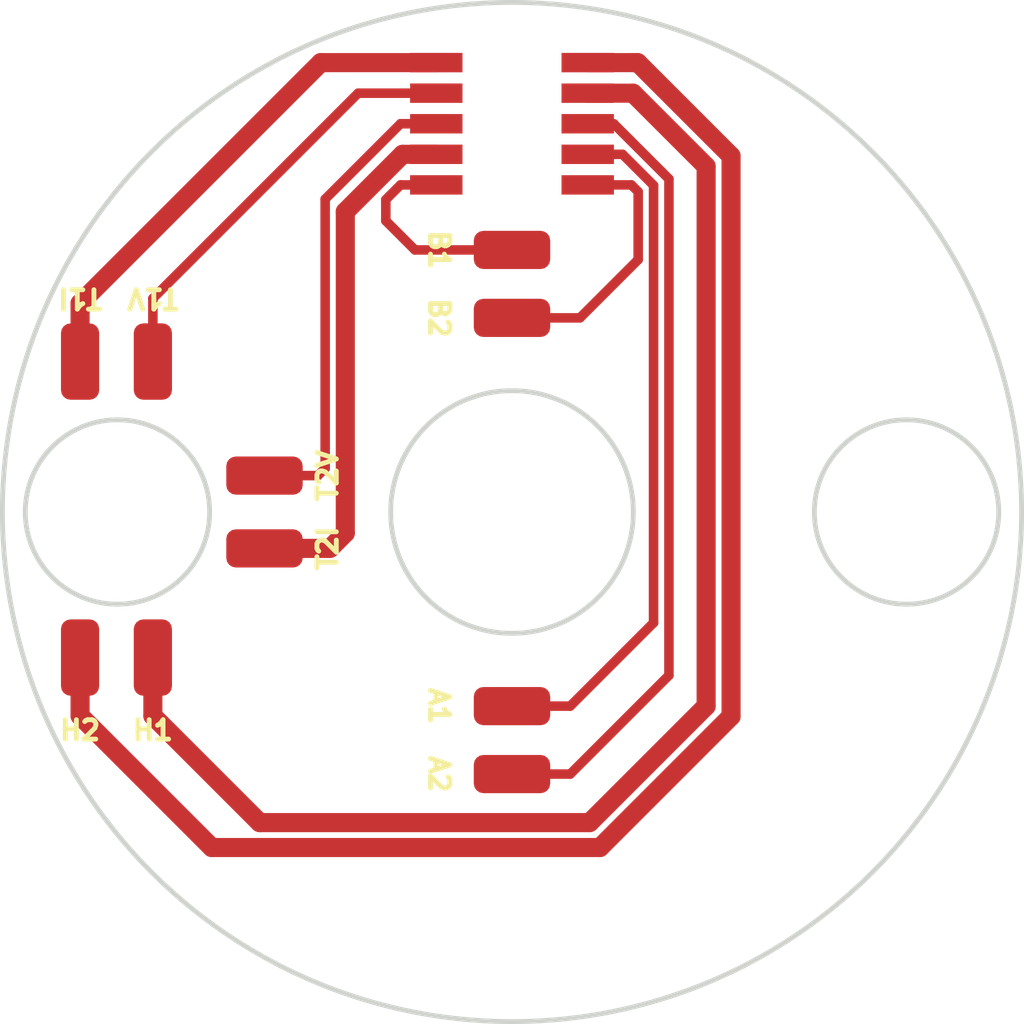
<source format=kicad_pcb>
(kicad_pcb (version 20171130) (host pcbnew 5.1.2)

  (general
    (thickness 1.6)
    (drawings 4)
    (tracks 54)
    (zones 0)
    (modules 11)
    (nets 11)
  )

  (page A4)
  (layers
    (0 F.Cu signal)
    (31 B.Cu signal)
    (32 B.Adhes user)
    (33 F.Adhes user)
    (34 B.Paste user)
    (35 F.Paste user)
    (36 B.SilkS user)
    (37 F.SilkS user)
    (38 B.Mask user)
    (39 F.Mask user)
    (40 Dwgs.User user)
    (41 Cmts.User user)
    (42 Eco1.User user)
    (43 Eco2.User user)
    (44 Edge.Cuts user)
    (45 Margin user)
    (46 B.CrtYd user)
    (47 F.CrtYd user)
    (48 B.Fab user)
    (49 F.Fab user)
  )

  (setup
    (last_trace_width 0.5)
    (user_trace_width 0.25)
    (user_trace_width 0.5)
    (trace_clearance 0.1524)
    (zone_clearance 0.508)
    (zone_45_only no)
    (trace_min 0.1524)
    (via_size 0.508)
    (via_drill 0.254)
    (via_min_size 0.508)
    (via_min_drill 0.254)
    (uvia_size 0.508)
    (uvia_drill 0.254)
    (uvias_allowed no)
    (uvia_min_size 0.508)
    (uvia_min_drill 0.254)
    (edge_width 0.05)
    (segment_width 0.2)
    (pcb_text_width 0.3)
    (pcb_text_size 1.5 1.5)
    (mod_edge_width 0.12)
    (mod_text_size 1 1)
    (mod_text_width 0.15)
    (pad_size 1.524 1.524)
    (pad_drill 0.762)
    (pad_to_mask_clearance 0.0508)
    (solder_mask_min_width 0.0254)
    (aux_axis_origin 0 0)
    (visible_elements FFFFFF7F)
    (pcbplotparams
      (layerselection 0x010fc_ffffffff)
      (usegerberextensions false)
      (usegerberattributes false)
      (usegerberadvancedattributes false)
      (creategerberjobfile false)
      (excludeedgelayer true)
      (linewidth 0.100000)
      (plotframeref false)
      (viasonmask false)
      (mode 1)
      (useauxorigin false)
      (hpglpennumber 1)
      (hpglpenspeed 20)
      (hpglpendiameter 15.000000)
      (psnegative false)
      (psa4output false)
      (plotreference true)
      (plotvalue true)
      (plotinvisibletext false)
      (padsonsilk false)
      (subtractmaskfromsilk false)
      (outputformat 1)
      (mirror false)
      (drillshape 1)
      (scaleselection 1)
      (outputdirectory ""))
  )

  (net 0 "")
  (net 1 "Net-(A1-Pad1)")
  (net 2 "Net-(A2-Pad1)")
  (net 3 "Net-(B1-Pad1)")
  (net 4 "Net-(B2-Pad1)")
  (net 5 "Net-(H1-Pad1)")
  (net 6 "Net-(H2-Pad1)")
  (net 7 "Net-(J0-Pad10)")
  (net 8 "Net-(J0-Pad7)")
  (net 9 "Net-(J0-Pad9)")
  (net 10 "Net-(J0-Pad8)")

  (net_class Default "This is the default net class."
    (clearance 0.1524)
    (trace_width 0.1524)
    (via_dia 0.508)
    (via_drill 0.254)
    (uvia_dia 0.508)
    (uvia_drill 0.254)
    (add_net "Net-(A1-Pad1)")
    (add_net "Net-(A2-Pad1)")
    (add_net "Net-(B1-Pad1)")
    (add_net "Net-(B2-Pad1)")
    (add_net "Net-(H1-Pad1)")
    (add_net "Net-(H2-Pad1)")
    (add_net "Net-(J0-Pad10)")
    (add_net "Net-(J0-Pad7)")
    (add_net "Net-(J0-Pad8)")
    (add_net "Net-(J0-Pad9)")
  )

  (module top:wire-pad (layer F.Cu) (tedit 5D1254A3) (tstamp 5D2F56CF)
    (at -6.477 0.9525 90)
    (path /5D12EC0E)
    (fp_text reference T2I (at 0 1.651 90 unlocked) (layer F.SilkS)
      (effects (font (size 0.508 0.508) (thickness 0.127)))
    )
    (fp_text value Conn_01x01 (at 0 3.81 90) (layer F.Fab) hide
      (effects (font (size 1 1) (thickness 0.15)))
    )
    (pad 1 smd roundrect (at 0 0 90) (size 1 2) (layers F.Cu F.Paste F.Mask) (roundrect_rratio 0.25)
      (net 8 "Net-(J0-Pad7)"))
  )

  (module top:wire-pad (layer F.Cu) (tedit 5D1254A3) (tstamp 5D12AC7C)
    (at -9.398 -3.937 180)
    (path /5D12EC08)
    (fp_text reference T1V (at 0 1.651 180 unlocked) (layer F.SilkS)
      (effects (font (size 0.508 0.508) (thickness 0.127)))
    )
    (fp_text value Conn_01x01 (at 0 3.81) (layer F.Fab) hide
      (effects (font (size 1 1) (thickness 0.15)))
    )
    (pad 1 smd roundrect (at 0 0 180) (size 1 2) (layers F.Cu F.Paste F.Mask) (roundrect_rratio 0.25)
      (net 9 "Net-(J0-Pad9)"))
  )

  (module top:cle-105-01-g-dv (layer F.Cu) (tedit 5D125A81) (tstamp 5D129C11)
    (at 0 -10.16 270)
    (path /5D124279)
    (fp_text reference J0 (at 0 0 180) (layer F.SilkS) hide
      (effects (font (size 1 1) (thickness 0.15)))
    )
    (fp_text value Conn_02x05_Counter_Clockwise (at 0 6.35 90) (layer F.Fab) hide
      (effects (font (size 1 1) (thickness 0.15)))
    )
    (pad 10 smd rect (at -1.6002 1.9812 270) (size 0.508 1.3716) (layers F.Cu F.Paste F.Mask)
      (net 7 "Net-(J0-Pad10)"))
    (pad 9 smd rect (at -0.8001 1.9812 270) (size 0.508 1.3716) (layers F.Cu F.Paste F.Mask)
      (net 9 "Net-(J0-Pad9)"))
    (pad 8 smd rect (at 0 1.9812 270) (size 0.508 1.3716) (layers F.Cu F.Paste F.Mask)
      (net 10 "Net-(J0-Pad8)"))
    (pad 6 smd rect (at 1.6002 1.9812 270) (size 0.508 1.3716) (layers F.Cu F.Paste F.Mask)
      (net 3 "Net-(B1-Pad1)"))
    (pad 7 smd rect (at 0.8001 1.9812 270) (size 0.508 1.3716) (layers F.Cu F.Paste F.Mask)
      (net 8 "Net-(J0-Pad7)"))
    (pad 5 smd rect (at 1.6002 -1.9812 270) (size 0.508 1.3716) (layers F.Cu F.Paste F.Mask)
      (net 4 "Net-(B2-Pad1)"))
    (pad 4 smd rect (at 0.8001 -1.9812 270) (size 0.508 1.3716) (layers F.Cu F.Paste F.Mask)
      (net 1 "Net-(A1-Pad1)"))
    (pad 3 smd rect (at 0 -1.9812 270) (size 0.508 1.3716) (layers F.Cu F.Paste F.Mask)
      (net 2 "Net-(A2-Pad1)"))
    (pad 2 smd rect (at -0.8001 -1.9812 270) (size 0.508 1.3716) (layers F.Cu F.Paste F.Mask)
      (net 5 "Net-(H1-Pad1)"))
    (pad 1 smd rect (at -1.6002 -1.9812 270) (size 0.508 1.3716) (layers F.Cu F.Paste F.Mask)
      (net 6 "Net-(H2-Pad1)"))
    (model /home/zach/research/pcbs/3d/CLE-105-01-G-DV.stp
      (offset (xyz 0 0 0.13716))
      (scale (xyz 1 1 1))
      (rotate (xyz -90 0 0))
    )
  )

  (module top:wire-pad (layer F.Cu) (tedit 5D1254A3) (tstamp 5D12A3AF)
    (at 0 6.858 270)
    (path /5D12889E)
    (fp_text reference A2 (at 0 1.905 270 unlocked) (layer F.SilkS)
      (effects (font (size 0.508 0.508) (thickness 0.127)))
    )
    (fp_text value Conn_01x01 (at 0 3.81 90) (layer F.Fab) hide
      (effects (font (size 1 1) (thickness 0.15)))
    )
    (pad 1 smd roundrect (at 0 0 270) (size 1 2) (layers F.Cu F.Paste F.Mask) (roundrect_rratio 0.25)
      (net 2 "Net-(A2-Pad1)"))
  )

  (module top:wire-pad (layer F.Cu) (tedit 5D1254A3) (tstamp 5D12A3B9)
    (at 0 -5.08 270)
    (path /5D1293D7)
    (fp_text reference B2 (at 0 1.905 270 unlocked) (layer F.SilkS)
      (effects (font (size 0.508 0.508) (thickness 0.127)))
    )
    (fp_text value Conn_01x01 (at 0 3.81 90) (layer F.Fab) hide
      (effects (font (size 1 1) (thickness 0.15)))
    )
    (pad 1 smd roundrect (at 0 0 270) (size 1 2) (layers F.Cu F.Paste F.Mask) (roundrect_rratio 0.25)
      (net 4 "Net-(B2-Pad1)"))
  )

  (module top:wire-pad (layer F.Cu) (tedit 5D1254A3) (tstamp 5D12A3E2)
    (at -11.303 -3.937 180)
    (path /5D1256FE)
    (fp_text reference T1I (at 0 1.651 180 unlocked) (layer F.SilkS)
      (effects (font (size 0.508 0.508) (thickness 0.127)))
    )
    (fp_text value Conn_01x01 (at 0 3.81) (layer F.Fab) hide
      (effects (font (size 1 1) (thickness 0.15)))
    )
    (pad 1 smd roundrect (at 0 0 180) (size 1 2) (layers F.Cu F.Paste F.Mask) (roundrect_rratio 0.25)
      (net 7 "Net-(J0-Pad10)"))
  )

  (module top:wire-pad (layer F.Cu) (tedit 5D1254A3) (tstamp 5D12A3B4)
    (at 0 -6.858 270)
    (path /5D1294F1)
    (fp_text reference B1 (at 0 1.905 270 unlocked) (layer F.SilkS)
      (effects (font (size 0.508 0.508) (thickness 0.127)))
    )
    (fp_text value Conn_01x01 (at 0 3.81 90) (layer F.Fab) hide
      (effects (font (size 1 1) (thickness 0.15)))
    )
    (pad 1 smd roundrect (at 0 0 270) (size 1 2) (layers F.Cu F.Paste F.Mask) (roundrect_rratio 0.25)
      (net 3 "Net-(B1-Pad1)"))
  )

  (module top:wire-pad (layer F.Cu) (tedit 5D1254A3) (tstamp 5D2F56DB)
    (at -6.477 -0.9525 90)
    (path /5D1279D7)
    (fp_text reference T2V (at 0 1.651 90 unlocked) (layer F.SilkS)
      (effects (font (size 0.508 0.508) (thickness 0.127)))
    )
    (fp_text value Conn_01x01 (at 0 3.81 90) (layer F.Fab) hide
      (effects (font (size 1 1) (thickness 0.15)))
    )
    (pad 1 smd roundrect (at 0 0 90) (size 1 2) (layers F.Cu F.Paste F.Mask) (roundrect_rratio 0.25)
      (net 10 "Net-(J0-Pad8)"))
  )

  (module top:wire-pad (layer F.Cu) (tedit 5D1254A3) (tstamp 5D2F5941)
    (at -11.303 3.81)
    (path /5D128091)
    (fp_text reference H2 (at 0 1.905 unlocked) (layer F.SilkS)
      (effects (font (size 0.508 0.508) (thickness 0.127)))
    )
    (fp_text value Conn_01x01 (at 0 3.81) (layer F.Fab) hide
      (effects (font (size 1 1) (thickness 0.15)))
    )
    (pad 1 smd roundrect (at 0 0) (size 1 2) (layers F.Cu F.Paste F.Mask) (roundrect_rratio 0.25)
      (net 6 "Net-(H2-Pad1)"))
  )

  (module top:wire-pad (layer F.Cu) (tedit 5D1254A3) (tstamp 5D12AB14)
    (at -9.398 3.81)
    (path /5D12843E)
    (fp_text reference H1 (at 0 1.905 unlocked) (layer F.SilkS)
      (effects (font (size 0.508 0.508) (thickness 0.127)))
    )
    (fp_text value Conn_01x01 (at 0 3.81) (layer F.Fab) hide
      (effects (font (size 1 1) (thickness 0.15)))
    )
    (pad 1 smd roundrect (at 0 0) (size 1 2) (layers F.Cu F.Paste F.Mask) (roundrect_rratio 0.25)
      (net 5 "Net-(H1-Pad1)"))
  )

  (module top:wire-pad (layer F.Cu) (tedit 5D1254A3) (tstamp 5D12A3AA)
    (at 0 5.08 270)
    (path /5D128B15)
    (fp_text reference A1 (at 0 1.905 270 unlocked) (layer F.SilkS)
      (effects (font (size 0.508 0.508) (thickness 0.127)))
    )
    (fp_text value Conn_01x01 (at 0 3.81 90) (layer F.Fab) hide
      (effects (font (size 1 1) (thickness 0.15)))
    )
    (pad 1 smd roundrect (at 0 0 270) (size 1 2) (layers F.Cu F.Paste F.Mask) (roundrect_rratio 0.25)
      (net 1 "Net-(A1-Pad1)"))
  )

  (gr_circle (center 0 0) (end 3.175 0) (layer Edge.Cuts) (width 0.127))
  (gr_circle (center -10.3251 0) (end -7.9121 0) (layer Edge.Cuts) (width 0.127))
  (gr_circle (center 10.3251 0) (end 12.7381 0) (layer Edge.Cuts) (width 0.127))
  (gr_circle (center 0 0) (end 13.335 0) (layer Edge.Cuts) (width 0.127))

  (segment (start 3.70441 -8.548683) (end 3.70441 2.89959) (width 0.25) (layer F.Cu) (net 1))
  (segment (start 1.9812 -9.3599) (end 2.893193 -9.3599) (width 0.25) (layer F.Cu) (net 1))
  (segment (start 2.893193 -9.3599) (end 3.70441 -8.548683) (width 0.25) (layer F.Cu) (net 1))
  (segment (start 3.70441 2.89959) (end 1.524 5.08) (width 0.25) (layer F.Cu) (net 1))
  (segment (start 1.524 5.08) (end 0 5.08) (width 0.25) (layer F.Cu) (net 1))
  (segment (start 1.9812 -10.16) (end 2.662185 -10.16) (width 0.25) (layer F.Cu) (net 2))
  (segment (start 4.10682 -8.715366) (end 4.10682 4.27518) (width 0.25) (layer F.Cu) (net 2))
  (segment (start 2.662185 -10.16) (end 4.10682 -8.715366) (width 0.25) (layer F.Cu) (net 2))
  (segment (start 4.10682 4.27518) (end 1.524 6.858) (width 0.25) (layer F.Cu) (net 2))
  (segment (start 1.524 6.858) (end 0 6.858) (width 0.25) (layer F.Cu) (net 2))
  (segment (start 0 -7.0104) (end 0 -6.985) (width 0.25) (layer F.Cu) (net 3))
  (segment (start -1.9812 -8.5598) (end -1.5494 -8.5598) (width 0.25) (layer F.Cu) (net 3))
  (segment (start -1.9812 -8.5598) (end -2.917 -8.5598) (width 0.25) (layer F.Cu) (net 3))
  (segment (start -2.54 -6.858) (end 0 -6.858) (width 0.25) (layer F.Cu) (net 3))
  (segment (start -3.302 -7.62) (end -2.54 -6.858) (width 0.25) (layer F.Cu) (net 3))
  (segment (start -3.302 -8.1748) (end -3.302 -7.62) (width 0.25) (layer F.Cu) (net 3))
  (segment (start -2.917 -8.5598) (end -3.302 -8.1748) (width 0.25) (layer F.Cu) (net 3))
  (segment (start 1.9812 -8.5598) (end 3.1242 -8.5598) (width 0.25) (layer F.Cu) (net 4))
  (segment (start 3.1242 -8.5598) (end 3.302 -8.382) (width 0.25) (layer F.Cu) (net 4))
  (segment (start 3.302 -8.382) (end 3.302 -6.604) (width 0.25) (layer F.Cu) (net 4))
  (segment (start 3.302 -6.604) (end 1.778 -5.08) (width 0.25) (layer F.Cu) (net 4))
  (segment (start 1.778 -5.08) (end 0 -5.08) (width 0.25) (layer F.Cu) (net 4))
  (segment (start 3.167 -10.9601) (end 1.9812 -10.9601) (width 0.5) (layer F.Cu) (net 5))
  (segment (start 5.08 -9.0471) (end 3.167 -10.9601) (width 0.5) (layer F.Cu) (net 5))
  (segment (start -9.398 5.334) (end -6.604 8.128) (width 0.5) (layer F.Cu) (net 5))
  (segment (start 2.032 8.128) (end 5.08 5.08) (width 0.5) (layer F.Cu) (net 5))
  (segment (start -9.398 3.81) (end -9.398 5.334) (width 0.5) (layer F.Cu) (net 5))
  (segment (start -6.604 8.128) (end 2.032 8.128) (width 0.5) (layer F.Cu) (net 5))
  (segment (start 5.08 5.08) (end 5.08 -9.0471) (width 0.5) (layer F.Cu) (net 5))
  (segment (start -11.303 3.81) (end -11.303 5.334) (width 0.5) (layer F.Cu) (net 6))
  (segment (start 3.167 -11.7602) (end 1.9812 -11.7602) (width 0.5) (layer F.Cu) (net 6))
  (segment (start 3.289547 -11.7602) (end 3.167 -11.7602) (width 0.5) (layer F.Cu) (net 6))
  (segment (start 5.73241 -9.317337) (end 3.289547 -11.7602) (width 0.5) (layer F.Cu) (net 6))
  (segment (start 5.73241 5.350237) (end 5.73241 -9.317337) (width 0.5) (layer F.Cu) (net 6))
  (segment (start 2.302237 8.78041) (end 5.73241 5.350237) (width 0.5) (layer F.Cu) (net 6))
  (segment (start -7.85659 8.78041) (end 2.302237 8.78041) (width 0.5) (layer F.Cu) (net 6))
  (segment (start -11.303 5.334) (end -7.85659 8.78041) (width 0.5) (layer F.Cu) (net 6))
  (segment (start -1.9812 -11.7602) (end -5.0038 -11.7602) (width 0.5) (layer F.Cu) (net 7))
  (segment (start -11.303 -5.461) (end -11.303 -3.937) (width 0.5) (layer F.Cu) (net 7))
  (segment (start -5.0038 -11.7602) (end -11.303 -5.461) (width 0.5) (layer F.Cu) (net 7))
  (segment (start -1.9812 -9.3599) (end -2.86277 -9.3599) (width 0.5) (layer F.Cu) (net 8))
  (segment (start -2.86277 -9.3599) (end -4.36209 -7.86058) (width 0.5) (layer F.Cu) (net 8))
  (segment (start -4.36209 0.55209) (end -4.7625 0.9525) (width 0.5) (layer F.Cu) (net 8))
  (segment (start -4.36209 -7.86058) (end -4.36209 0.55209) (width 0.5) (layer F.Cu) (net 8))
  (segment (start -5.08 0.9525) (end -6.477 0.9525) (width 0.5) (layer F.Cu) (net 8))
  (segment (start -4.7625 0.9525) (end -5.08 0.9525) (width 0.5) (layer F.Cu) (net 8))
  (segment (start -9.398 -3.937) (end -9.398 -5.588) (width 0.25) (layer F.Cu) (net 9))
  (segment (start -4.0259 -10.9601) (end -1.9812 -10.9601) (width 0.25) (layer F.Cu) (net 9))
  (segment (start -9.398 -5.588) (end -4.0259 -10.9601) (width 0.25) (layer F.Cu) (net 9))
  (segment (start -2.917 -10.16) (end -1.9812 -10.16) (width 0.25) (layer F.Cu) (net 10))
  (segment (start -4.889499 -8.187501) (end -2.917 -10.16) (width 0.25) (layer F.Cu) (net 10))
  (segment (start -5.08 -0.9525) (end -4.8895 -1.143) (width 0.25) (layer F.Cu) (net 10))
  (segment (start -4.8895 -1.143) (end -4.889499 -8.187501) (width 0.25) (layer F.Cu) (net 10))
  (segment (start -6.477 -0.9525) (end -5.08 -0.9525) (width 0.25) (layer F.Cu) (net 10))

)

</source>
